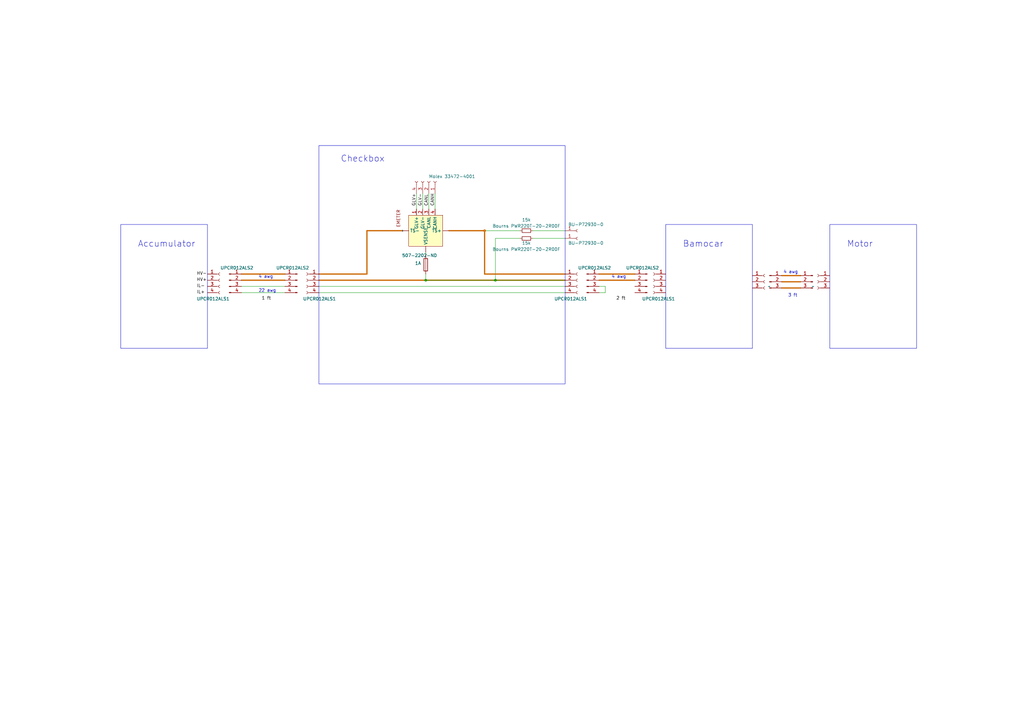
<source format=kicad_sch>
(kicad_sch (version 20231120) (generator "eeschema") (generator_version "8.0")
  (paper "A3")
  (lib_symbols
    (symbol "Connector:Conn_01x01_Socket" (pin_names (offset 1.016) hide)
      (property "Reference" "J" (at 0 2.54 0))
      (property "Value" "Conn_01x01_Socket" (at 0 -2.54 0))
      (symbol "Conn_01x01_Socket_1_1"
        (polyline (pts (xy -1.27 0) (xy -0.508 0)) (stroke (width 0.1524)))
        (arc (start 0 0.508) (mid -0.5058 0) (end 0 -0.508) (stroke (width 0.1524)))
        (pin passive line (at -5.08 0 0) (length 3.81) (name "Pin_1") (number "1"))
      )
    )
    (symbol "Connector:Conn_01x03_Pin" (pin_names (offset 1.016) hide)
      (property "Reference" "J" (at 0 5.08 0))
      (property "Value" "Conn_01x03_Pin" (at 0 -5.08 0))
      (symbol "Conn_01x03_Pin_1_1"
        (polyline (pts (xy 1.27 -2.54) (xy 0.8636 -2.54)) (stroke (width 0.1524)))
        (polyline (pts (xy 1.27 0) (xy 0.8636 0)) (stroke (width 0.1524)))
        (polyline (pts (xy 1.27 2.54) (xy 0.8636 2.54)) (stroke (width 0.1524)))
        (rectangle (start 0.8636 -2.413) (end 0 -2.667) (stroke (width 0.1524)) (fill (type outline)))
        (rectangle (start 0.8636 0.127) (end 0 -0.127) (stroke (width 0.1524)) (fill (type outline)))
        (rectangle (start 0.8636 2.667) (end 0 2.413) (stroke (width 0.1524)) (fill (type outline)))
        (pin passive line (at 5.08 2.54 180) (length 3.81) (name "Pin_1") (number "1"))
        (pin passive line (at 5.08 0 180) (length 3.81) (name "Pin_2") (number "2"))
        (pin passive line (at 5.08 -2.54 180) (length 3.81) (name "Pin_3") (number "3"))
      )
    )
    (symbol "Connector:Conn_01x03_Socket" (pin_names (offset 1.016) hide)
      (property "Reference" "J" (at 0 5.08 0))
      (property "Value" "Conn_01x03_Socket" (at 0 -5.08 0))
      (symbol "Conn_01x03_Socket_1_1"
        (arc (start 0 -2.032) (mid -0.5058 -2.54) (end 0 -3.048) (stroke (width 0.1524)))
        (polyline (pts (xy -1.27 -2.54) (xy -0.508 -2.54)) (stroke (width 0.1524)))
        (polyline (pts (xy -1.27 0) (xy -0.508 0)) (stroke (width 0.1524)))
        (polyline (pts (xy -1.27 2.54) (xy -0.508 2.54)) (stroke (width 0.1524)))
        (arc (start 0 0.508) (mid -0.5058 0) (end 0 -0.508) (stroke (width 0.1524)))
        (arc (start 0 3.048) (mid -0.5058 2.54) (end 0 2.032) (stroke (width 0.1524)))
        (pin passive line (at -5.08 2.54 0) (length 3.81) (name "Pin_1") (number "1"))
        (pin passive line (at -5.08 0 0) (length 3.81) (name "Pin_2") (number "2"))
        (pin passive line (at -5.08 -2.54 0) (length 3.81) (name "Pin_3") (number "3"))
      )
    )
    (symbol "Connector:Conn_01x04_Pin" (pin_names (offset 1.016) hide)
      (property "Reference" "J" (at 0 5.08 0))
      (property "Value" "Conn_01x04_Pin" (at 0 -7.62 0))
      (symbol "Conn_01x04_Pin_1_1"
        (polyline (pts (xy 1.27 -5.08) (xy 0.8636 -5.08)) (stroke (width 0.1524)))
        (polyline (pts (xy 1.27 -2.54) (xy 0.8636 -2.54)) (stroke (width 0.1524)))
        (polyline (pts (xy 1.27 0) (xy 0.8636 0)) (stroke (width 0.1524)))
        (polyline (pts (xy 1.27 2.54) (xy 0.8636 2.54)) (stroke (width 0.1524)))
        (rectangle (start 0.8636 -4.953) (end 0 -5.207) (stroke (width 0.1524)) (fill (type outline)))
        (rectangle (start 0.8636 -2.413) (end 0 -2.667) (stroke (width 0.1524)) (fill (type outline)))
        (rectangle (start 0.8636 0.127) (end 0 -0.127) (stroke (width 0.1524)) (fill (type outline)))
        (rectangle (start 0.8636 2.667) (end 0 2.413) (stroke (width 0.1524)) (fill (type outline)))
        (pin passive line (at 5.08 2.54 180) (length 3.81) (name "Pin_1") (number "1"))
        (pin passive line (at 5.08 0 180) (length 3.81) (name "Pin_2") (number "2"))
        (pin passive line (at 5.08 -2.54 180) (length 3.81) (name "Pin_3") (number "3"))
        (pin passive line (at 5.08 -5.08 180) (length 3.81) (name "Pin_4") (number "4"))
      )
    )
    (symbol "Connector:Conn_01x04_Socket" (pin_names (offset 1.016) hide)
      (property "Reference" "J" (at 0 5.08 0))
      (property "Value" "Conn_01x04_Socket" (at 0 -7.62 0))
      (symbol "Conn_01x04_Socket_1_1"
        (arc (start 0 -4.572) (mid -0.5058 -5.08) (end 0 -5.588) (stroke (width 0.1524)))
        (arc (start 0 -2.032) (mid -0.5058 -2.54) (end 0 -3.048) (stroke (width 0.1524)))
        (polyline (pts (xy -1.27 -5.08) (xy -0.508 -5.08)) (stroke (width 0.1524)))
        (polyline (pts (xy -1.27 -2.54) (xy -0.508 -2.54)) (stroke (width 0.1524)))
        (polyline (pts (xy -1.27 0) (xy -0.508 0)) (stroke (width 0.1524)))
        (polyline (pts (xy -1.27 2.54) (xy -0.508 2.54)) (stroke (width 0.1524)))
        (arc (start 0 0.508) (mid -0.5058 0) (end 0 -0.508) (stroke (width 0.1524)))
        (arc (start 0 3.048) (mid -0.5058 2.54) (end 0 2.032) (stroke (width 0.1524)))
        (pin passive line (at -5.08 2.54 0) (length 3.81) (name "Pin_1") (number "1"))
        (pin passive line (at -5.08 0 0) (length 3.81) (name "Pin_2") (number "2"))
        (pin passive line (at -5.08 -2.54 0) (length 3.81) (name "Pin_3") (number "3"))
        (pin passive line (at -5.08 -5.08 0) (length 3.81) (name "Pin_4") (number "4"))
      )
    )
    (symbol "Device:Fuse" (pin_numbers hide) (pin_names (offset 0))
      (property "Reference" "F" (at 2.032 0 90))
      (property "Value" "Fuse" (at -1.905 0 90))
      (symbol "Fuse_0_1"
        (rectangle (start -0.762 -2.54) (end 0.762 2.54) (stroke (width 0.254)))
        (polyline (pts (xy 0 2.54) (xy 0 -2.54)))
      )
      (symbol "Fuse_1_1"
        (pin passive line (at 0 3.81 270) (length 1.27) (name "~") (number "1"))
        (pin passive line (at 0 -3.81 90) (length 1.27) (name "~") (number "2"))
      )
    )
    (symbol "Device:R_Small" (pin_numbers hide) (pin_names (offset 0.254) hide)
      (property "Reference" "R" (at 0.762 0.508 0))
      (property "Value" "R_Small" (at 0.762 -1.016 0))
      (symbol "R_Small_0_1"
        (rectangle (start -0.762 1.778) (end 0.762 -1.778) (stroke (width 0.2032)))
      )
      (symbol "R_Small_1_1"
        (pin passive line (at 0 2.54 270) (length 0.762) (name "~") (number "1"))
        (pin passive line (at 0 -2.54 90) (length 0.762) (name "~") (number "2"))
      )
    )
    (symbol "Emeter_1"
      (property "Reference" "U" (at 0 -5.08 0))
      (symbol "Emeter_1_0_1"
        (rectangle (start -6.35 19.685) (end 6.35 5.715) (fill (type background)))
        (text "EMETER\n\n" (at 5.08 2.54 0) (effects (font (size 1.27 1.27))))
      )
      (symbol "Emeter_1_1_1"
        (pin input line (at 0 22.225 270) (length 2.54) (name "TS+") (number ""))
        (pin input line (at 0 3.175 90) (length 2.54) (name "TS-") (number ""))
        (pin input line (at -8.89 12.7 0) (length 2.54) (name "VSENSE") (number ""))
        (pin input line (at 8.89 8.89 180) (length 2.54) (name "GLV+") (number "1"))
        (pin input line (at 8.89 11.43 180) (length 2.54) (name "GLV-") (number "2"))
        (pin bidirectional line (at 8.89 13.97 180) (length 2.54) (name "CANL") (number "3"))
        (pin bidirectional line (at 8.89 16.51 180) (length 2.54) (name "CANH") (number "4"))
      )
    )
  )
  (junction (at 174.625 114.935))
  (junction (at 198.755 94.615) (color 204 102 0 1))
  (junction (at 203.2 114.935))
  (wire (pts (xy 320.675 118.11) (xy 328.295 118.11)) (stroke (width 0.508) (color 204 102 0 1)))
  (wire (pts (xy 248.285 120.015) (xy 248.285 117.475)))
  (wire (pts (xy 130.81 114.935) (xy 174.625 114.935)) (stroke (width 0.508) (color 204 102 0 1)))
  (wire (pts (xy 99.06 120.015) (xy 116.84 120.015)))
  (wire (pts (xy 174.625 104.775) (xy 174.625 103.505)))
  (wire (pts (xy 218.44 97.79) (xy 231.775 97.79)))
  (wire (pts (xy 198.755 94.615) (xy 198.755 112.395)) (stroke (width 0.508) (color 204 102 0 1)))
  (wire (pts (xy 203.2 114.935) (xy 203.2 97.79)))
  (wire (pts (xy 170.815 79.375) (xy 170.815 85.725)))
  (wire (pts (xy 231.775 114.935) (xy 203.2 114.935)))
  (wire (pts (xy 245.745 120.015) (xy 248.285 120.015)))
  (wire (pts (xy 178.435 79.375) (xy 178.435 85.725)))
  (wire (pts (xy 99.06 112.395) (xy 116.84 112.395)) (stroke (width 0.508) (color 204 102 0 1)))
  (wire (pts (xy 99.06 117.475) (xy 116.84 117.475)))
  (wire (pts (xy 150.495 94.615) (xy 165.1 94.615)) (stroke (width 0.508) (color 204 102 0 1)))
  (wire (pts (xy 245.745 112.395) (xy 260.35 112.395)) (stroke (width 0.508) (color 204 102 0 1)))
  (wire (pts (xy 184.15 94.615) (xy 198.755 94.615)) (stroke (width 0.508) (color 204 102 0 1)))
  (wire (pts (xy 130.81 120.015) (xy 231.775 120.015)))
  (wire (pts (xy 174.625 112.395) (xy 174.625 114.935)))
  (wire (pts (xy 320.675 113.03) (xy 328.295 113.03)) (stroke (width 0.508) (color 204 102 0 1)))
  (wire (pts (xy 173.355 79.375) (xy 173.355 85.725)))
  (wire (pts (xy 130.81 112.395) (xy 150.495 112.395)) (stroke (width 0.508) (color 204 102 0 1)))
  (wire (pts (xy 203.2 97.79) (xy 213.36 97.79)))
  (wire (pts (xy 174.625 114.935) (xy 203.2 114.935)) (stroke (width 0.508) (color 204 102 0 1)))
  (wire (pts (xy 198.755 112.395) (xy 231.775 112.395)) (stroke (width 0.508) (color 204 102 0 1)))
  (wire (pts (xy 130.81 117.475) (xy 231.775 117.475)))
  (wire (pts (xy 175.895 79.375) (xy 175.895 85.725)))
  (wire (pts (xy 320.675 115.57) (xy 328.295 115.57)) (stroke (width 0.508) (color 204 102 0 1)))
  (wire (pts (xy 203.2 114.935) (xy 231.775 114.935)) (stroke (width 0.508) (color 204 102 0 1)))
  (wire (pts (xy 174.625 114.935) (xy 203.2 114.935)))
  (wire (pts (xy 198.755 94.615) (xy 213.36 94.615)))
  (wire (pts (xy 99.06 114.935) (xy 116.84 114.935)) (stroke (width 0.508) (color 204 102 0 1)))
  (wire (pts (xy 218.44 94.615) (xy 231.775 94.615)))
  (wire (pts (xy 150.495 94.615) (xy 150.495 112.395)) (stroke (width 0.508) (color 204 102 0 1)))
  (wire (pts (xy 245.745 114.935) (xy 260.35 114.935)) (stroke (width 0.508) (color 204 102 0 1)))
  (wire (pts (xy 248.285 117.475) (xy 245.745 117.475)))
  (rectangle (start 49.53 92.075) (end 85.09 142.875))
  (rectangle (start 273.05 92.075) (end 308.61 142.875))
  (rectangle (start 130.81 59.69) (end 231.775 157.48))
  (rectangle (start 340.36 92.075) (end 375.92 142.875))
  (text "2 ft" (at 252.73 123.19 0) (effects (font (size 1.27 1.27)) (justify left bottom)))
  (text "22 awg" (at 106.045 120.015 0) (effects (font (size 1.27 1.27)) (justify left bottom)))
  (text "3 ft" (at 323.215 121.92 0) (effects (font (size 1.27 1.27)) (justify left bottom)))
  (text "4 awg" (at 106.045 114.3 0) (effects (font (size 1.27 1.27)) (justify left bottom)))
  (text "4 awg" (at 321.31 112.395 0) (effects (font (size 1.27 1.27)) (justify left bottom)))
  (text "Bamocar" (at 280.035 101.6 0) (effects (font (size 2.54 2.54)) (justify left bottom)))
  (text "4 awg" (at 250.825 114.3 0) (effects (font (size 1.27 1.27)) (justify left bottom)))
  (text "1 ft" (at 107.315 123.19 0) (effects (font (size 1.27 1.27)) (justify left bottom)))
  (text "Checkbox" (at 139.7 66.675 0) (effects (font (size 2.54 2.54)) (justify left bottom)))
  (text "IL-\n" (at 80.645 118.11 0) (effects (font (size 1.27 1.27)) (justify left bottom)))
  (text "HV+\n" (at 80.645 115.57 0) (effects (font (size 1.27 1.27)) (justify left bottom)))
  (text "Motor\n" (at 347.345 101.6 0) (effects (font (size 2.54 2.54)) (justify left bottom)))
  (text "HV-\n" (at 80.645 113.03 0) (effects (font (size 1.27 1.27)) (justify left bottom)))
  (text "IL+" (at 80.645 120.65 0) (effects (font (size 1.27 1.27)) (justify left bottom)))
  (text "Accumulator" (at 56.515 101.6 0) (effects (font (size 2.54 2.54)) (justify left bottom)))
  (label "CANL" (at 175.895 84.455 90))
  (label "GLV-" (at 173.355 84.455 90))
  (label "CANH" (at 178.435 84.455 90))
  (label "GLV+" (at 170.815 84.455 90))
  (symbol (lib_id "Connector:Conn_01x01_Socket") (at 236.855 97.79 0) (unit 1)
    (property "Reference" "BU-P72930-0" (at 233.045 99.695 0) (effects (justify left)))
    (property "Value" "Conn_01x01_Socket" (effects (hide yes)))
  )
  (symbol (lib_id "Connector:Conn_01x03_Pin") (at 315.595 115.57 0) (unit 1)
    (property "Reference" "J1" (effects (hide yes)))
    (property "Value" "Conn_01x03_Pin" (effects (hide yes)))
  )
  (symbol (lib_id "Connector:Conn_01x04_Pin") (at 265.43 114.935 0) (mirror y) (unit 1)
    (property "Reference" "J10" (effects (hide yes)))
    (property "Value" "UPCR012ALS2" (at 263.525 109.855 0))
  )
  (symbol (lib_id "Connector:Conn_01x04_Pin") (at 121.92 114.935 0) (mirror y) (unit 1)
    (property "Reference" "J5" (effects (hide yes)))
    (property "Value" "UPCR012ALS2" (at 120.015 109.855 0))
  )
  (symbol (lib_id "Device:R_Small") (at 215.9 97.79 90) (unit 1)
    (property "Reference" "15k" (at 215.9 99.695 90))
    (property "Value" "Bourns PWR220T-20-2R00F" (at 215.9 102.235 90))
  )
  (symbol (lib_id "Connector:Conn_01x04_Socket") (at 267.97 114.935 0) (mirror y) (unit 1)
    (property "Reference" "J11" (effects (hide yes)))
    (property "Value" "UPCR012ALS1" (at 276.86 122.555 0) (effects (justify left)))
  )
  (symbol (lib_id "Connector:Conn_01x03_Pin") (at 333.375 115.57 0) (mirror y) (unit 1)
    (property "Reference" "J13" (effects (hide yes)))
    (property "Value" "Conn_01x03_Pin" (effects (hide yes)))
  )
  (symbol (lib_name "Emeter_1") (lib_id "FSAE:Emeter") (at 161.925 94.615 270) (mirror x) (unit 1)
    (property "Reference" "U2" (effects (hide yes)))
    (property "Value" "~" (at 165.1 94.615 0))
  )
  (symbol (lib_id "Connector:Conn_01x04_Pin") (at 93.98 114.935 0) (unit 1)
    (property "Reference" "J4" (effects (hide yes)))
    (property "Value" "UPCR012ALS2" (at 97.155 109.855 0))
  )
  (symbol (lib_id "Device:R_Small") (at 215.9 94.615 90) (unit 1)
    (property "Reference" "15k" (at 215.9 90.17 90))
    (property "Value" "Bourns PWR220T-20-2R00F" (at 215.9 92.71 90))
  )
  (symbol (lib_id "Connector:Conn_01x04_Socket") (at 175.895 74.295 270) (mirror x) (unit 1)
    (property "Reference" "J3" (effects (hide yes)))
    (property "Value" "Molex 33472-4001" (at 175.895 72.39 90) (effects (justify left)))
  )
  (symbol (lib_id "Connector:Conn_01x04_Pin") (at 240.665 114.935 0) (unit 1)
    (property "Reference" "J9" (effects (hide yes)))
    (property "Value" "UPCR012ALS2" (at 243.84 109.855 0))
  )
  (symbol (lib_id "Connector:Conn_01x01_Socket") (at 236.855 94.615 0) (unit 1)
    (property "Reference" "J14" (effects (hide yes)))
    (property "Value" "BU-P72930-0" (at 233.045 92.075 0) (effects (justify left)))
  )
  (symbol (lib_id "Connector:Conn_01x04_Socket") (at 90.17 114.935 0) (unit 1)
    (property "Reference" "J6" (effects (hide yes)))
    (property "Value" "UPCR012ALS1" (at 80.645 122.555 0) (effects (justify left)))
  )
  (symbol (lib_id "Connector:Conn_01x03_Socket") (at 335.28 115.57 0) (mirror y) (unit 1)
    (property "Reference" "J12" (effects (hide yes)))
    (property "Value" "~" (at 334.01 117.475 0) (effects (justify left)))
  )
  (symbol (lib_id "Connector:Conn_01x04_Socket") (at 236.855 114.935 0) (unit 1)
    (property "Reference" "J8" (effects (hide yes)))
    (property "Value" "UPCR012ALS1" (at 227.33 122.555 0) (effects (justify left)))
  )
  (symbol (lib_id "Device:Fuse") (at 174.625 108.585 0) (mirror x) (unit 1)
    (property "Reference" "1A" (at 171.45 107.95 0))
    (property "Value" "507-2202-ND" (at 172.085 104.775 0))
  )
  (symbol (lib_id "Connector:Conn_01x04_Socket") (at 125.73 114.935 0) (mirror y) (unit 1)
    (property "Reference" "J7" (effects (hide yes)))
    (property "Value" "UPCR012ALS1" (at 137.795 122.555 0) (effects (justify left)))
  )
  (symbol (lib_id "Connector:Conn_01x03_Socket") (at 313.69 115.57 0) (unit 1)
    (property "Reference" "J2" (effects (hide yes)))
    (property "Value" "~" (at 314.96 117.475 0) (effects (justify left)))
  )
)
</source>
